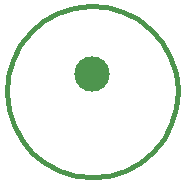
<source format=gbp>
G04 (created by PCBNEW-RS274X (2011-05-25)-stable) date Mon 20 Aug 2012 19:38:16 BST*
G01*
G70*
G90*
%MOIN*%
G04 Gerber Fmt 3.4, Leading zero omitted, Abs format*
%FSLAX34Y34*%
G04 APERTURE LIST*
%ADD10C,0.006000*%
%ADD11C,0.015000*%
%ADD12C,0.118100*%
G04 APERTURE END LIST*
G54D10*
G54D11*
X42224Y-39370D02*
X42169Y-39924D01*
X42008Y-40457D01*
X41747Y-40949D01*
X41395Y-41381D01*
X40965Y-41736D01*
X40475Y-42000D01*
X39943Y-42165D01*
X39389Y-42223D01*
X38836Y-42173D01*
X38301Y-42016D01*
X37808Y-41758D01*
X37374Y-41409D01*
X37016Y-40982D01*
X36747Y-40494D01*
X36579Y-39963D01*
X36517Y-39409D01*
X36563Y-38855D01*
X36717Y-38320D01*
X36972Y-37824D01*
X37318Y-37388D01*
X37742Y-37027D01*
X38228Y-36755D01*
X38758Y-36583D01*
X39311Y-36517D01*
X39865Y-36560D01*
X40402Y-36710D01*
X40899Y-36961D01*
X41338Y-37304D01*
X41702Y-37725D01*
X41977Y-38210D01*
X42153Y-38738D01*
X42222Y-39291D01*
X42224Y-39370D01*
G54D12*
X39370Y-38780D03*
M02*

</source>
